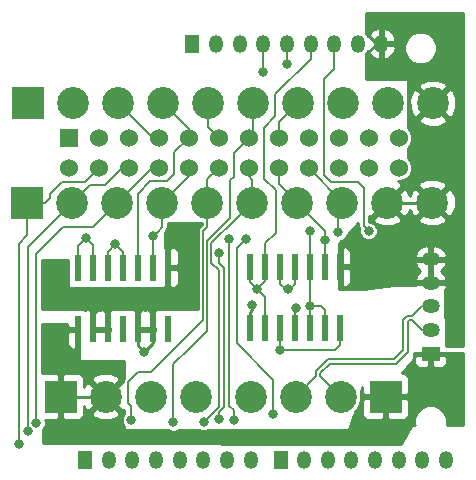
<source format=gbl>
%TF.GenerationSoftware,KiCad,Pcbnew,no-vcs-found-f685cfa~60~ubuntu16.04.1*%
%TF.CreationDate,2017-10-11T22:15:00+02:00*%
%TF.ProjectId,usb_alien,7573625F616C69656E2E6B696361645F,rev?*%
%TF.SameCoordinates,Original*%
%TF.FileFunction,Copper,L2,Bot,Signal*%
%TF.FilePolarity,Positive*%
%FSLAX46Y46*%
G04 Gerber Fmt 4.6, Leading zero omitted, Abs format (unit mm)*
G04 Created by KiCad (PCBNEW no-vcs-found-f685cfa~60~ubuntu16.04.1) date Wed Oct 11 22:15:00 2017*
%MOMM*%
%LPD*%
G01*
G04 APERTURE LIST*
%TA.AperFunction,ComponentPad*%
%ADD10C,2.700000*%
%TD*%
%TA.AperFunction,ComponentPad*%
%ADD11R,2.700000X2.700000*%
%TD*%
%TA.AperFunction,SMDPad,CuDef*%
%ADD12R,0.600000X2.200000*%
%TD*%
%TA.AperFunction,ComponentPad*%
%ADD13R,1.524000X1.524000*%
%TD*%
%TA.AperFunction,ComponentPad*%
%ADD14C,1.524000*%
%TD*%
%TA.AperFunction,ComponentPad*%
%ADD15O,1.200000X1.524000*%
%TD*%
%TA.AperFunction,ComponentPad*%
%ADD16R,1.200000X1.524000*%
%TD*%
%TA.AperFunction,ComponentPad*%
%ADD17O,1.524000X1.200000*%
%TD*%
%TA.AperFunction,ComponentPad*%
%ADD18R,1.524000X1.200000*%
%TD*%
%TA.AperFunction,ViaPad*%
%ADD19C,0.800000*%
%TD*%
%TA.AperFunction,Conductor*%
%ADD20C,0.254000*%
%TD*%
%TA.AperFunction,Conductor*%
%ADD21C,0.152400*%
%TD*%
%TA.AperFunction,Conductor*%
%ADD22C,0.177800*%
%TD*%
G04 APERTURE END LIST*
D10*
%TO.P,P2,4*%
%TO.N,GND*%
X145567400Y-102831900D03*
%TO.P,P2,3*%
%TO.N,/USB+*%
X149377400Y-102831900D03*
%TO.P,P2,2*%
%TO.N,/USB-*%
X153187400Y-102831900D03*
D11*
%TO.P,P2,1*%
%TO.N,VDD*%
X156997400Y-102831900D03*
%TD*%
%TO.P,P1,1*%
%TO.N,VDD*%
X129476500Y-102831900D03*
D10*
%TO.P,P1,2*%
X133286500Y-102831900D03*
%TO.P,P1,3*%
%TO.N,GND*%
X137096500Y-102831900D03*
%TO.P,P1,4*%
X140906500Y-102831900D03*
%TD*%
D12*
%TO.P,U2,7*%
%TO.N,GND*%
X138557000Y-91926100D03*
%TO.P,U2,8*%
%TO.N,Net-(U2-Pad8)*%
X138557000Y-97126100D03*
%TO.P,U2,6*%
%TO.N,/C_Down*%
X137287000Y-91926100D03*
%TO.P,U2,9*%
%TO.N,GND*%
X137287000Y-97126100D03*
%TO.P,U2,5*%
%TO.N,/Up*%
X136017000Y-91926100D03*
%TO.P,U2,10*%
%TO.N,GND*%
X136017000Y-97126100D03*
%TO.P,U2,4*%
%TO.N,Net-(U2-Pad3)*%
X134747000Y-91926100D03*
%TO.P,U2,11*%
%TO.N,Net-(U2-Pad11)*%
X134747000Y-97126100D03*
%TO.P,U2,3*%
%TO.N,Net-(U2-Pad3)*%
X133477000Y-91926100D03*
%TO.P,U2,12*%
%TO.N,GND*%
X133477000Y-97126100D03*
%TO.P,U2,2*%
%TO.N,/Down*%
X132207000Y-91926100D03*
%TO.P,U2,13*%
%TO.N,GND*%
X132207000Y-97126100D03*
%TO.P,U2,1*%
%TO.N,/Down*%
X130937000Y-91926100D03*
%TO.P,U2,14*%
%TO.N,VDD*%
X130937000Y-97126100D03*
%TD*%
%TO.P,U1,14*%
%TO.N,VDD*%
X145542000Y-97062600D03*
%TO.P,U1,1*%
%TO.N,/Left*%
X145542000Y-91862600D03*
%TO.P,U1,13*%
X146812000Y-97062600D03*
%TO.P,U1,2*%
X146812000Y-91862600D03*
%TO.P,U1,12*%
%TO.N,Net-(U1-Pad12)*%
X148082000Y-97062600D03*
%TO.P,U1,3*%
%TO.N,Net-(U1-Pad3)*%
X148082000Y-91862600D03*
%TO.P,U1,11*%
%TO.N,/C_Right*%
X149352000Y-97062600D03*
%TO.P,U1,4*%
%TO.N,Net-(U1-Pad3)*%
X149352000Y-91862600D03*
%TO.P,U1,10*%
%TO.N,/Right*%
X150622000Y-97062600D03*
%TO.P,U1,5*%
X150622000Y-91862600D03*
%TO.P,U1,9*%
X151892000Y-97062600D03*
%TO.P,U1,6*%
%TO.N,/C_Left*%
X151892000Y-91862600D03*
%TO.P,U1,8*%
%TO.N,Net-(U1-Pad12)*%
X153162000Y-97062600D03*
%TO.P,U1,7*%
%TO.N,GND*%
X153162000Y-91862600D03*
%TD*%
D13*
%TO.P,J2,1*%
%TO.N,VDD*%
X130162300Y-80937100D03*
D14*
%TO.P,J2,2*%
X130162300Y-83477100D03*
%TO.P,J2,3*%
%TO.N,/HOME*%
X132702300Y-80937100D03*
%TO.P,J2,4*%
%TO.N,/L2*%
X132702300Y-83477100D03*
%TO.P,J2,5*%
%TO.N,/L1*%
X135242300Y-80937100D03*
%TO.P,J2,6*%
%TO.N,/R2*%
X135242300Y-83477100D03*
%TO.P,J2,7*%
%TO.N,/L3*%
X137782300Y-80937100D03*
%TO.P,J2,8*%
%TO.N,/Select*%
X137782300Y-83477100D03*
%TO.P,J2,9*%
%TO.N,/Up*%
X140322300Y-80937100D03*
%TO.P,J2,10*%
%TO.N,/C_Down*%
X140322300Y-83477100D03*
%TO.P,J2,11*%
%TO.N,/Start*%
X142862300Y-80937100D03*
%TO.P,J2,12*%
%TO.N,/Cross*%
X142862300Y-83477100D03*
%TO.P,J2,13*%
%TO.N,/Circle*%
X145402300Y-80937100D03*
%TO.P,J2,14*%
%TO.N,/Square*%
X145402300Y-83477100D03*
%TO.P,J2,15*%
%TO.N,/Triangle*%
X147942300Y-80937100D03*
%TO.P,J2,16*%
%TO.N,/C_Left*%
X147942300Y-83477100D03*
%TO.P,J2,17*%
%TO.N,/R3*%
X150482300Y-80937100D03*
%TO.P,J2,18*%
%TO.N,/C_Right*%
X150482300Y-83477100D03*
%TO.P,J2,19*%
%TO.N,/R1*%
X153022300Y-80937100D03*
%TO.P,J2,20*%
%TO.N,Net-(J2-Pad20)*%
X153022300Y-83477100D03*
%TO.P,J2,21*%
%TO.N,GND*%
X155562300Y-80937100D03*
%TO.P,J2,22*%
X155562300Y-83477100D03*
%TO.P,J2,23*%
%TO.N,/USB-*%
X158102300Y-80937100D03*
%TO.P,J2,24*%
%TO.N,/USB+*%
X158102300Y-83477100D03*
%TD*%
D10*
%TO.P,P4,10*%
%TO.N,GND*%
X160947100Y-86410800D03*
%TO.P,P4,9*%
X157137100Y-86410800D03*
%TO.P,P4,8*%
%TO.N,/C_Right*%
X153327100Y-86410800D03*
%TO.P,P4,7*%
%TO.N,/C_Left*%
X149517100Y-86410800D03*
%TO.P,P4,6*%
%TO.N,/Square*%
X145707100Y-86410800D03*
%TO.P,P4,5*%
%TO.N,/Cross*%
X141897100Y-86410800D03*
%TO.P,P4,4*%
%TO.N,/C_Down*%
X138087100Y-86410800D03*
%TO.P,P4,3*%
%TO.N,/Select*%
X134277100Y-86410800D03*
%TO.P,P4,2*%
%TO.N,/R2*%
X130467100Y-86410800D03*
D11*
%TO.P,P4,1*%
%TO.N,/L2*%
X126657100Y-86410800D03*
%TD*%
%TO.P,P3,1*%
%TO.N,/HOME*%
X126707900Y-78003400D03*
D10*
%TO.P,P3,2*%
%TO.N,/L1*%
X130517900Y-78003400D03*
%TO.P,P3,3*%
%TO.N,/L3*%
X134327900Y-78003400D03*
%TO.P,P3,4*%
%TO.N,/Up*%
X138137900Y-78003400D03*
%TO.P,P3,5*%
%TO.N,/Start*%
X141947900Y-78003400D03*
%TO.P,P3,6*%
%TO.N,/Circle*%
X145757900Y-78003400D03*
%TO.P,P3,7*%
%TO.N,/Triangle*%
X149567900Y-78003400D03*
%TO.P,P3,8*%
%TO.N,/R3*%
X153377900Y-78003400D03*
%TO.P,P3,9*%
%TO.N,/R1*%
X157187900Y-78003400D03*
%TO.P,P3,10*%
%TO.N,GND*%
X160997900Y-78003400D03*
%TD*%
D15*
%TO.P,J1,J4_8*%
%TO.N,GND*%
X162098300Y-108168000D03*
%TO.P,J1,J4_7*%
%TO.N,/R1*%
X160098300Y-108168000D03*
%TO.P,J1,J4_6*%
%TO.N,/R3*%
X158098300Y-108168000D03*
%TO.P,J1,J4_5*%
%TO.N,/Triangle*%
X156098300Y-108168000D03*
%TO.P,J1,J4_4*%
%TO.N,/Square*%
X154098300Y-108168000D03*
%TO.P,J1,J4_3*%
%TO.N,/Circle*%
X152098300Y-108168000D03*
%TO.P,J1,J4_2*%
%TO.N,/Cross*%
X150098300Y-108168000D03*
D16*
%TO.P,J1,J4_1*%
%TO.N,/Select*%
X148098300Y-108168000D03*
D15*
%TO.P,J1,J5_8*%
%TO.N,N/C*%
X145558300Y-108168000D03*
%TO.P,J1,J5_7*%
%TO.N,/R2*%
X143558300Y-108168000D03*
%TO.P,J1,J5_6*%
%TO.N,Net-(J1-PadJ5_6)*%
X141558300Y-108168000D03*
%TO.P,J1,J5_5*%
%TO.N,N/C*%
X139558300Y-108168000D03*
%TO.P,J1,J5_3*%
X135558300Y-108168000D03*
%TO.P,J1,J5_2*%
%TO.N,/L2*%
X133558300Y-108168000D03*
%TO.P,J1,J5_4*%
%TO.N,N/C*%
X137558300Y-108168000D03*
D16*
%TO.P,J1,J5_1*%
%TO.N,Net-(J1-PadJ5_1)*%
X131558300Y-108168000D03*
D15*
%TO.P,J1,J3_9*%
%TO.N,GND*%
X156638300Y-72958000D03*
%TO.P,J1,J3_8*%
%TO.N,/Start*%
X154638300Y-72958000D03*
%TO.P,J1,J3_7*%
%TO.N,/Right*%
X152638300Y-72958000D03*
%TO.P,J1,J3_6*%
%TO.N,/Left*%
X150638300Y-72958000D03*
%TO.P,J1,J3_3*%
%TO.N,/L3*%
X144638300Y-72958000D03*
%TO.P,J1,J3_5*%
%TO.N,/Down*%
X148638300Y-72958000D03*
%TO.P,J1,J3_4*%
%TO.N,/Up*%
X146638300Y-72958000D03*
%TO.P,J1,J3_2*%
%TO.N,/L1*%
X142638300Y-72958000D03*
D16*
%TO.P,J1,J3_1*%
%TO.N,/HOME*%
X140638300Y-72958000D03*
D17*
%TO.P,J1,J1_5*%
%TO.N,GND*%
X160798300Y-91208000D03*
%TO.P,J1,J1_4*%
X160798300Y-93208000D03*
%TO.P,J1,J1_3*%
%TO.N,/USB+*%
X160798300Y-95208000D03*
D18*
%TO.P,J1,J1_1*%
%TO.N,VDD*%
X160798300Y-99208000D03*
D17*
%TO.P,J1,J1_2*%
%TO.N,/USB-*%
X160798300Y-97208000D03*
%TD*%
D19*
%TO.N,GND*%
X162610800Y-98221800D03*
X163169600Y-97066100D03*
X140798600Y-89535000D03*
X139877800Y-89535000D03*
X138976100Y-89522300D03*
X140867795Y-88526233D03*
X139877800Y-88531700D03*
X138976100Y-88531700D03*
X136563100Y-99021900D03*
X128993900Y-91846400D03*
X128993900Y-93027500D03*
X132816600Y-95211900D03*
X136626600Y-95186500D03*
%TO.N,/R1*%
X145199100Y-89496900D03*
X147472400Y-104330500D03*
%TO.N,/R3*%
X144145000Y-104800400D03*
X143764000Y-89535000D03*
%TO.N,/Triangle*%
X142875000Y-90678000D03*
X142925800Y-104724200D03*
%TO.N,/Square*%
X141579601Y-105003599D03*
%TO.N,/Circle*%
X139026900Y-105016300D03*
%TO.N,/Cross*%
X135420100Y-104825800D03*
%TO.N,/Select*%
X127431800Y-105067100D03*
%TO.N,/R2*%
X126695200Y-105752900D03*
%TO.N,/L2*%
X125933200Y-106870498D03*
%TO.N,/Right*%
X150622000Y-95161100D03*
X155549600Y-88823800D03*
X150609300Y-88785700D03*
%TO.N,/Left*%
X146126200Y-93700600D03*
%TO.N,/Down*%
X148640800Y-74637900D03*
X131610102Y-89433400D03*
%TO.N,/Up*%
X146621500Y-75349100D03*
%TO.N,VDD*%
X145719800Y-95123000D03*
X128955800Y-98298000D03*
X128968500Y-97142300D03*
%TO.N,Net-(U1-Pad12)*%
X148094700Y-98920300D03*
%TO.N,Net-(U1-Pad3)*%
X148729700Y-93726000D03*
%TO.N,Net-(U2-Pad3)*%
X134112000Y-89954100D03*
%TO.N,/C_Right*%
X149415500Y-95351600D03*
X152996900Y-88938100D03*
%TO.N,/C_Left*%
X151892000Y-89585800D03*
%TO.N,/C_Down*%
X137299700Y-89281000D03*
%TD*%
D20*
%TO.N,GND*%
X139877800Y-89535000D02*
X140798600Y-89535000D01*
X138976100Y-88531700D02*
X138976100Y-89522300D01*
X138976100Y-88531700D02*
X139877800Y-88531700D01*
X138576101Y-88931699D02*
X138976100Y-88531700D01*
X138557000Y-88950800D02*
X138576101Y-88931699D01*
X138557000Y-91926100D02*
X138557000Y-88950800D01*
X137287000Y-97126100D02*
X137287000Y-98298000D01*
X137287000Y-98298000D02*
X136563100Y-99021900D01*
X136017000Y-97126100D02*
X136017000Y-98475800D01*
X136017000Y-98475800D02*
X136563100Y-99021900D01*
X128993900Y-93027500D02*
X128993900Y-91846400D01*
X137287000Y-97126100D02*
X137287000Y-95846900D01*
X137287000Y-95846900D02*
X136626600Y-95186500D01*
X136017000Y-97126100D02*
X136017000Y-95796100D01*
X136017000Y-95796100D02*
X136626600Y-95186500D01*
X133477000Y-97126100D02*
X133477000Y-95872300D01*
X133477000Y-95872300D02*
X132816600Y-95211900D01*
X132207000Y-97126100D02*
X132207000Y-95821500D01*
X132207000Y-95821500D02*
X132816600Y-95211900D01*
X157137100Y-86410800D02*
X159046288Y-86410800D01*
X159046288Y-86410800D02*
X160947100Y-86410800D01*
X155536900Y-73672700D02*
X155536900Y-73825100D01*
X156251600Y-72958000D02*
X155536900Y-73672700D01*
X156638300Y-72958000D02*
X156251600Y-72958000D01*
X156282700Y-72958000D02*
X155511500Y-72186800D01*
X156638300Y-72958000D02*
X156282700Y-72958000D01*
D21*
%TO.N,/R1*%
X147472400Y-104330500D02*
X147472400Y-101396800D01*
X147472400Y-101396800D02*
X144399000Y-98323400D01*
X144399000Y-98323400D02*
X144399000Y-90297000D01*
X144399000Y-90297000D02*
X145199100Y-89496900D01*
%TO.N,/R3*%
X143751300Y-90779600D02*
X143751300Y-103606600D01*
X144145000Y-104000300D02*
X144145000Y-104800400D01*
X143751300Y-103606600D02*
X144145000Y-104000300D01*
X143751300Y-90779600D02*
X143751300Y-90576400D01*
X143751300Y-90779600D02*
X143751300Y-89547700D01*
X143751300Y-89547700D02*
X143764000Y-89535000D01*
%TO.N,/Triangle*%
X142925800Y-104724200D02*
X142925800Y-104101900D01*
X142925800Y-104101900D02*
X143274999Y-103752701D01*
X142875000Y-91541600D02*
X142875000Y-90678000D01*
X143274999Y-103752701D02*
X143274999Y-91941599D01*
X143274999Y-91941599D02*
X142875000Y-91541600D01*
X149567900Y-78003400D02*
X147942300Y-79629000D01*
X147942300Y-79629000D02*
X147942300Y-80937100D01*
%TO.N,/Square*%
X142849600Y-102095300D02*
X142849600Y-103733600D01*
X142849600Y-103733600D02*
X141579601Y-105003599D01*
X142849600Y-102095300D02*
X142849600Y-101333300D01*
X142849600Y-101333300D02*
X142849600Y-92087700D01*
X145707100Y-86410800D02*
X145707100Y-84501612D01*
X145707100Y-84501612D02*
X145402300Y-84196812D01*
X145402300Y-84196812D02*
X145402300Y-83477100D01*
X142849600Y-92087700D02*
X142246399Y-91484499D01*
X142246399Y-91484499D02*
X142246399Y-89871501D01*
X142246399Y-89871501D02*
X144357101Y-87760799D01*
X144357101Y-87760799D02*
X145707100Y-86410800D01*
X142849600Y-102095300D02*
X142849600Y-101841300D01*
%TO.N,/Circle*%
X139026900Y-105016300D02*
X139026900Y-100088700D01*
X139026900Y-100088700D02*
X140411200Y-98704400D01*
X144119600Y-84213700D02*
X144119600Y-82219800D01*
X140411200Y-98704400D02*
X140436600Y-98704400D01*
X140436600Y-98704400D02*
X141833610Y-97307390D01*
X141833610Y-97307390D02*
X141833610Y-89661990D01*
X141833610Y-89661990D02*
X143802100Y-87693500D01*
X143802100Y-84531200D02*
X144119600Y-84213700D01*
X143802100Y-87693500D02*
X143802100Y-84531200D01*
X144119600Y-82219800D02*
X144640301Y-81699099D01*
X144640301Y-81699099D02*
X145402300Y-80937100D01*
X145757900Y-78003400D02*
X145757900Y-80581500D01*
X145757900Y-80581500D02*
X145402300Y-80937100D01*
%TO.N,/Cross*%
X135420100Y-104825800D02*
X135420100Y-103632000D01*
X135420100Y-103632000D02*
X135204200Y-103416100D01*
X135204200Y-103416100D02*
X135204200Y-101600000D01*
X135204200Y-101600000D02*
X136055100Y-100749100D01*
X136055100Y-100749100D02*
X137118670Y-100749100D01*
X141528800Y-96338970D02*
X141528800Y-88836500D01*
X137118670Y-100749100D02*
X141528800Y-96338970D01*
X141528800Y-88836500D02*
X141897100Y-88468200D01*
X141897100Y-88468200D02*
X141897100Y-86410800D01*
X141897100Y-86410800D02*
X141897100Y-84442300D01*
X141897100Y-84442300D02*
X142862300Y-83477100D01*
%TO.N,/Select*%
X134277100Y-86410800D02*
X132194300Y-88493600D01*
X132194300Y-88493600D02*
X129692400Y-88493600D01*
X129692400Y-88493600D02*
X127431800Y-90754200D01*
X127431800Y-90754200D02*
X127431800Y-104501415D01*
X127431800Y-104501415D02*
X127431800Y-105067100D01*
X134277100Y-86410800D02*
X137210800Y-83477100D01*
X137210800Y-83477100D02*
X137782300Y-83477100D01*
%TO.N,/R2*%
X130467100Y-86410800D02*
X126707900Y-90170000D01*
X126707900Y-90170000D02*
X126707900Y-105765600D01*
X126707900Y-105765600D02*
X126695200Y-105752900D01*
X130467100Y-86410800D02*
X131978400Y-84899500D01*
X131978400Y-84899500D02*
X133248400Y-84899500D01*
X134670800Y-83477100D02*
X135242300Y-83477100D01*
X133248400Y-84899500D02*
X134670800Y-83477100D01*
%TO.N,/L2*%
X126657100Y-86410800D02*
X126657100Y-89192100D01*
X126657100Y-89192100D02*
X125933200Y-89916000D01*
X125933200Y-89916000D02*
X125933200Y-106870498D01*
X126657100Y-86410800D02*
X128159500Y-86410800D01*
X128574800Y-85648800D02*
X129578100Y-84645500D01*
X128159500Y-86410800D02*
X128574800Y-85995500D01*
X131533900Y-84645500D02*
X132702300Y-83477100D01*
X128574800Y-85995500D02*
X128574800Y-85648800D01*
X129578100Y-84645500D02*
X131533900Y-84645500D01*
%TO.N,/Start*%
X141947900Y-78003400D02*
X141947900Y-80022700D01*
X141947900Y-80022700D02*
X142862300Y-80937100D01*
%TO.N,/Right*%
X152638300Y-72958000D02*
X152638300Y-75060000D01*
X152638300Y-75060000D02*
X151765000Y-75933300D01*
X155149601Y-88423801D02*
X155549600Y-88823800D01*
X151765000Y-75933300D02*
X151765000Y-84061300D01*
X151765000Y-84061300D02*
X152349200Y-84645500D01*
X155124201Y-85134501D02*
X155124201Y-88398401D01*
X152349200Y-84645500D02*
X154635200Y-84645500D01*
X154635200Y-84645500D02*
X155124201Y-85134501D01*
X155124201Y-88398401D02*
X155149601Y-88423801D01*
X150622000Y-95161100D02*
X150622000Y-95726785D01*
X150622000Y-95726785D02*
X150622000Y-97062600D01*
X151511000Y-95161100D02*
X150622000Y-95161100D01*
X151892000Y-97062600D02*
X151892000Y-95542100D01*
X151892000Y-95542100D02*
X151511000Y-95161100D01*
X150622000Y-88798400D02*
X150609300Y-88785700D01*
X150622000Y-91862600D02*
X150622000Y-88798400D01*
X150622000Y-91862600D02*
X150622000Y-94386400D01*
X150622000Y-94386400D02*
X150622000Y-97062600D01*
X150622000Y-97062600D02*
X150622000Y-95821500D01*
%TO.N,/Left*%
X150638300Y-72958000D02*
X150638300Y-74266000D01*
X150638300Y-74266000D02*
X147650200Y-77254100D01*
X147650200Y-79108300D02*
X146697700Y-80060800D01*
X147650200Y-77254100D02*
X147650200Y-79108300D01*
X146697700Y-80060800D02*
X146697700Y-84378800D01*
X146697700Y-84378800D02*
X147675600Y-85356700D01*
X147675600Y-85356700D02*
X147675600Y-88963500D01*
X147675600Y-88963500D02*
X146812000Y-89827100D01*
X146812000Y-89827100D02*
X146812000Y-91862600D01*
X146812000Y-97062600D02*
X146812000Y-94386400D01*
X146812000Y-94386400D02*
X146126200Y-93700600D01*
X145542000Y-93116400D02*
X146126200Y-93700600D01*
X145542000Y-91862600D02*
X145542000Y-93116400D01*
X146812000Y-93014800D02*
X146126200Y-93700600D01*
X146812000Y-91862600D02*
X146812000Y-93014800D01*
%TO.N,/L3*%
X134327900Y-78003400D02*
X137261600Y-80937100D01*
X137261600Y-80937100D02*
X137782300Y-80937100D01*
%TO.N,/Down*%
X148638300Y-72958000D02*
X148638300Y-74635400D01*
X148638300Y-74635400D02*
X148640800Y-74637900D01*
X148638300Y-72958000D02*
X148638300Y-73116400D01*
X132010101Y-89833399D02*
X131610102Y-89433400D01*
X131210103Y-89833399D02*
X131610102Y-89433400D01*
X130937000Y-90106502D02*
X131210103Y-89833399D01*
X130937000Y-91926100D02*
X130937000Y-90106502D01*
X132207000Y-90030298D02*
X132010101Y-89833399D01*
X132207000Y-91926100D02*
X132207000Y-90030298D01*
%TO.N,/Up*%
X146638300Y-72958000D02*
X146638300Y-75332300D01*
X146638300Y-75332300D02*
X146621500Y-75349100D01*
X136017000Y-91926100D02*
X136017000Y-85661500D01*
X136017000Y-85661500D02*
X137058400Y-84620100D01*
X137058400Y-84620100D02*
X138455400Y-84620100D01*
X138455400Y-84620100D02*
X139115800Y-83959700D01*
X139115800Y-83959700D02*
X139115800Y-82143600D01*
X139115800Y-82143600D02*
X140322300Y-80937100D01*
X138137900Y-78003400D02*
X140322300Y-80187800D01*
X140322300Y-80187800D02*
X140322300Y-80937100D01*
X146638300Y-72958000D02*
X146638300Y-73135200D01*
%TO.N,/L1*%
X142621000Y-72940700D02*
X142638300Y-72958000D01*
D22*
%TO.N,/USB+*%
X158496000Y-96343054D02*
X158808854Y-96030200D01*
X160036300Y-95208000D02*
X160798300Y-95208000D01*
X158808854Y-96030200D02*
X159214100Y-96030200D01*
X159214100Y-96030200D02*
X160036300Y-95208000D01*
X158496000Y-98884752D02*
X158496000Y-96343054D01*
X157698452Y-99682300D02*
X158496000Y-98884752D01*
X152123152Y-99682300D02*
X157698452Y-99682300D01*
X151104600Y-100700852D02*
X152123152Y-99682300D01*
X151104600Y-101104700D02*
X151104600Y-100700852D01*
X149377400Y-102831900D02*
X151104600Y-101104700D01*
D21*
X160636300Y-95208000D02*
X160798300Y-95208000D01*
D20*
%TO.N,VDD*%
X129476500Y-102831900D02*
X131080500Y-102831900D01*
X131080500Y-102831900D02*
X133286500Y-102831900D01*
X129476500Y-105473500D02*
X129476500Y-104435900D01*
X129476500Y-104435900D02*
X129476500Y-102831900D01*
X145719800Y-95530800D02*
X145719800Y-95123000D01*
X145542000Y-97062600D02*
X145542000Y-95708600D01*
X145542000Y-95708600D02*
X145719800Y-95530800D01*
X130379500Y-97129600D02*
X128981200Y-97129600D01*
X128981200Y-97129600D02*
X128968500Y-97142300D01*
X130937000Y-97126100D02*
X130383000Y-97126100D01*
X130383000Y-97126100D02*
X130379500Y-97129600D01*
D22*
%TO.N,/USB-*%
X158851600Y-96490350D02*
X158956150Y-96385800D01*
X158956150Y-96385800D02*
X159214100Y-96385800D01*
X159214100Y-96385800D02*
X160036300Y-97208000D01*
X160036300Y-97208000D02*
X160798300Y-97208000D01*
X158851600Y-99032048D02*
X158851600Y-96490350D01*
X157845748Y-100037900D02*
X158851600Y-99032048D01*
X152270448Y-100037900D02*
X157845748Y-100037900D01*
X151460200Y-100848148D02*
X152270448Y-100037900D01*
X151460200Y-101104700D02*
X151460200Y-100848148D01*
X153187400Y-102831900D02*
X151460200Y-101104700D01*
D21*
X160636300Y-97208000D02*
X160798300Y-97208000D01*
%TO.N,Net-(U1-Pad12)*%
X148094700Y-98920300D02*
X152679400Y-98920300D01*
X152679400Y-98920300D02*
X153162000Y-98437700D01*
X153162000Y-98437700D02*
X153162000Y-97062600D01*
X148082000Y-97062600D02*
X148082000Y-98907600D01*
X148082000Y-98907600D02*
X148094700Y-98920300D01*
%TO.N,Net-(U1-Pad3)*%
X148729700Y-93726000D02*
X148958300Y-93726000D01*
X148958300Y-93726000D02*
X149352000Y-93332300D01*
X149352000Y-93332300D02*
X149352000Y-91862600D01*
X148539200Y-93726000D02*
X148082000Y-93268800D01*
X148082000Y-93268800D02*
X148082000Y-91862600D01*
X148729700Y-93726000D02*
X148539200Y-93726000D01*
%TO.N,Net-(U2-Pad3)*%
X134747000Y-91926100D02*
X134747000Y-90589100D01*
X134747000Y-90589100D02*
X134112000Y-89954100D01*
X133477000Y-91926100D02*
X133477000Y-90589100D01*
X133477000Y-90589100D02*
X134112000Y-89954100D01*
%TO.N,/C_Right*%
X149352000Y-95415100D02*
X149415500Y-95351600D01*
X149352000Y-97062600D02*
X149352000Y-95415100D01*
X152996900Y-88938100D02*
X152996900Y-86741000D01*
X152996900Y-86741000D02*
X153327100Y-86410800D01*
X150482300Y-83477100D02*
X153327100Y-86321900D01*
X153327100Y-86321900D02*
X153327100Y-86410800D01*
%TO.N,/C_Left*%
X151892000Y-88785700D02*
X151892000Y-89585800D01*
X151892000Y-91862600D02*
X151892000Y-88785700D01*
X147942300Y-83477100D02*
X147942300Y-84836000D01*
X147942300Y-84836000D02*
X149517100Y-86410800D01*
X149517100Y-86410800D02*
X151892000Y-88785700D01*
%TO.N,/C_Down*%
X137699699Y-88881001D02*
X137299700Y-89281000D01*
X138087100Y-88493600D02*
X137699699Y-88881001D01*
X138087100Y-86410800D02*
X138087100Y-88493600D01*
X137287000Y-89293700D02*
X137299700Y-89281000D01*
X137287000Y-91926100D02*
X137287000Y-89293700D01*
X138087100Y-86410800D02*
X140322300Y-84175600D01*
X140322300Y-84175600D02*
X140322300Y-83477100D01*
%TD*%
D20*
%TO.N,VDD*%
G36*
X130002000Y-96840350D02*
X130160750Y-96999100D01*
X130810000Y-96999100D01*
X130810000Y-96979100D01*
X131053003Y-96979100D01*
X131064001Y-99695514D01*
X131073865Y-99744075D01*
X131101562Y-99785165D01*
X131142875Y-99812529D01*
X131191000Y-99822000D01*
X134874000Y-99822000D01*
X134874000Y-101287054D01*
X134781802Y-101425037D01*
X134747000Y-101600000D01*
X134747000Y-101631531D01*
X134692093Y-101605912D01*
X133466105Y-102831900D01*
X134692093Y-104057888D01*
X134874000Y-103973011D01*
X134874000Y-104267409D01*
X134758386Y-104382821D01*
X134639236Y-104669768D01*
X134638964Y-104980469D01*
X134757614Y-105267623D01*
X134874000Y-105384213D01*
X134874000Y-105537000D01*
X134883667Y-105585601D01*
X134911197Y-105626803D01*
X134952399Y-105654333D01*
X135000742Y-105664000D01*
X138577178Y-105671259D01*
X138583921Y-105678014D01*
X138870868Y-105797164D01*
X139181569Y-105797436D01*
X139468723Y-105678786D01*
X139474438Y-105673081D01*
X141163586Y-105676509D01*
X141423569Y-105784463D01*
X141734270Y-105784735D01*
X141992126Y-105678191D01*
X153771342Y-105702100D01*
X153819963Y-105692531D01*
X153861220Y-105665085D01*
X153892813Y-105613000D01*
X154365269Y-104101955D01*
X154654014Y-103813713D01*
X154918099Y-103177728D01*
X154918151Y-103117650D01*
X155012400Y-103117650D01*
X155012400Y-104308210D01*
X155109073Y-104541599D01*
X155287702Y-104720227D01*
X155521091Y-104816900D01*
X156711650Y-104816900D01*
X156870400Y-104658150D01*
X156870400Y-102958900D01*
X157124400Y-102958900D01*
X157124400Y-104658150D01*
X157283150Y-104816900D01*
X158473709Y-104816900D01*
X158707098Y-104720227D01*
X158885727Y-104541599D01*
X158982400Y-104308210D01*
X158982400Y-103117650D01*
X158823650Y-102958900D01*
X157124400Y-102958900D01*
X156870400Y-102958900D01*
X155171150Y-102958900D01*
X155012400Y-103117650D01*
X154918151Y-103117650D01*
X154918700Y-102489093D01*
X154890727Y-102421394D01*
X155012400Y-102032251D01*
X155012400Y-102546150D01*
X155171150Y-102704900D01*
X156870400Y-102704900D01*
X156870400Y-102684900D01*
X157124400Y-102684900D01*
X157124400Y-102704900D01*
X158823650Y-102704900D01*
X158982400Y-102546150D01*
X158982400Y-101355590D01*
X158885727Y-101122201D01*
X158707098Y-100943573D01*
X158473709Y-100846900D01*
X158352879Y-100846900D01*
X159314247Y-99780016D01*
X159339599Y-99737439D01*
X159346681Y-99702458D01*
X159358957Y-99493750D01*
X159401300Y-99493750D01*
X159401300Y-99934309D01*
X159497973Y-100167698D01*
X159676601Y-100346327D01*
X159909990Y-100443000D01*
X160512550Y-100443000D01*
X160671300Y-100284250D01*
X160671300Y-99335000D01*
X160925300Y-99335000D01*
X160925300Y-100284250D01*
X161084050Y-100443000D01*
X161686610Y-100443000D01*
X161919999Y-100346327D01*
X162098627Y-100167698D01*
X162195300Y-99934309D01*
X162195300Y-99493750D01*
X162036550Y-99335000D01*
X160925300Y-99335000D01*
X160671300Y-99335000D01*
X159560050Y-99335000D01*
X159401300Y-99493750D01*
X159358957Y-99493750D01*
X159377749Y-99174300D01*
X163539100Y-99174300D01*
X163539100Y-105280859D01*
X162168510Y-105273390D01*
X162189059Y-105223903D01*
X162189539Y-104674507D01*
X161979737Y-104166749D01*
X161591595Y-103777928D01*
X161084203Y-103567241D01*
X160534807Y-103566761D01*
X160027049Y-103776563D01*
X159638228Y-104164705D01*
X159427541Y-104672097D01*
X159427061Y-105221493D01*
X159442366Y-105258534D01*
X159271392Y-105257602D01*
X159222739Y-105267004D01*
X159181388Y-105294309D01*
X159160709Y-105321109D01*
X158295686Y-106819669D01*
X127952190Y-106807053D01*
X127949367Y-105653974D01*
X128093514Y-105510079D01*
X128212664Y-105223132D01*
X128212936Y-104912431D01*
X128173463Y-104816900D01*
X129190750Y-104816900D01*
X129349500Y-104658150D01*
X129349500Y-102958900D01*
X129329500Y-102958900D01*
X129329500Y-102704900D01*
X129349500Y-102704900D01*
X129349500Y-101005650D01*
X129603500Y-101005650D01*
X129603500Y-102704900D01*
X129623500Y-102704900D01*
X129623500Y-102958900D01*
X129603500Y-102958900D01*
X129603500Y-104658150D01*
X129762250Y-104816900D01*
X130952809Y-104816900D01*
X131186198Y-104720227D01*
X131364827Y-104541599D01*
X131461500Y-104308210D01*
X131461500Y-104237493D01*
X132060512Y-104237493D01*
X132201978Y-104540682D01*
X132938455Y-104825637D01*
X133727918Y-104807064D01*
X134371022Y-104540682D01*
X134512488Y-104237493D01*
X133286500Y-103011505D01*
X132060512Y-104237493D01*
X131461500Y-104237493D01*
X131461500Y-103635847D01*
X131577718Y-103916422D01*
X131880907Y-104057888D01*
X133106895Y-102831900D01*
X131880907Y-101605912D01*
X131577718Y-101747378D01*
X131461500Y-102047748D01*
X131461500Y-101426307D01*
X132060512Y-101426307D01*
X133286500Y-102652295D01*
X134512488Y-101426307D01*
X134371022Y-101123118D01*
X133634545Y-100838163D01*
X132845082Y-100856736D01*
X132201978Y-101123118D01*
X132060512Y-101426307D01*
X131461500Y-101426307D01*
X131461500Y-101355590D01*
X131364827Y-101122201D01*
X131186198Y-100943573D01*
X130952809Y-100846900D01*
X129762250Y-100846900D01*
X129603500Y-101005650D01*
X129349500Y-101005650D01*
X129190750Y-100846900D01*
X128000191Y-100846900D01*
X127937663Y-100872800D01*
X127929191Y-97411850D01*
X130002000Y-97411850D01*
X130002000Y-98352410D01*
X130098673Y-98585799D01*
X130277302Y-98764427D01*
X130510691Y-98861100D01*
X130651250Y-98861100D01*
X130810000Y-98702350D01*
X130810000Y-97253100D01*
X130160750Y-97253100D01*
X130002000Y-97411850D01*
X127929191Y-97411850D01*
X127927412Y-96685100D01*
X130002000Y-96685100D01*
X130002000Y-96840350D01*
X130002000Y-96840350D01*
G37*
X130002000Y-96840350D02*
X130160750Y-96999100D01*
X130810000Y-96999100D01*
X130810000Y-96979100D01*
X131053003Y-96979100D01*
X131064001Y-99695514D01*
X131073865Y-99744075D01*
X131101562Y-99785165D01*
X131142875Y-99812529D01*
X131191000Y-99822000D01*
X134874000Y-99822000D01*
X134874000Y-101287054D01*
X134781802Y-101425037D01*
X134747000Y-101600000D01*
X134747000Y-101631531D01*
X134692093Y-101605912D01*
X133466105Y-102831900D01*
X134692093Y-104057888D01*
X134874000Y-103973011D01*
X134874000Y-104267409D01*
X134758386Y-104382821D01*
X134639236Y-104669768D01*
X134638964Y-104980469D01*
X134757614Y-105267623D01*
X134874000Y-105384213D01*
X134874000Y-105537000D01*
X134883667Y-105585601D01*
X134911197Y-105626803D01*
X134952399Y-105654333D01*
X135000742Y-105664000D01*
X138577178Y-105671259D01*
X138583921Y-105678014D01*
X138870868Y-105797164D01*
X139181569Y-105797436D01*
X139468723Y-105678786D01*
X139474438Y-105673081D01*
X141163586Y-105676509D01*
X141423569Y-105784463D01*
X141734270Y-105784735D01*
X141992126Y-105678191D01*
X153771342Y-105702100D01*
X153819963Y-105692531D01*
X153861220Y-105665085D01*
X153892813Y-105613000D01*
X154365269Y-104101955D01*
X154654014Y-103813713D01*
X154918099Y-103177728D01*
X154918151Y-103117650D01*
X155012400Y-103117650D01*
X155012400Y-104308210D01*
X155109073Y-104541599D01*
X155287702Y-104720227D01*
X155521091Y-104816900D01*
X156711650Y-104816900D01*
X156870400Y-104658150D01*
X156870400Y-102958900D01*
X157124400Y-102958900D01*
X157124400Y-104658150D01*
X157283150Y-104816900D01*
X158473709Y-104816900D01*
X158707098Y-104720227D01*
X158885727Y-104541599D01*
X158982400Y-104308210D01*
X158982400Y-103117650D01*
X158823650Y-102958900D01*
X157124400Y-102958900D01*
X156870400Y-102958900D01*
X155171150Y-102958900D01*
X155012400Y-103117650D01*
X154918151Y-103117650D01*
X154918700Y-102489093D01*
X154890727Y-102421394D01*
X155012400Y-102032251D01*
X155012400Y-102546150D01*
X155171150Y-102704900D01*
X156870400Y-102704900D01*
X156870400Y-102684900D01*
X157124400Y-102684900D01*
X157124400Y-102704900D01*
X158823650Y-102704900D01*
X158982400Y-102546150D01*
X158982400Y-101355590D01*
X158885727Y-101122201D01*
X158707098Y-100943573D01*
X158473709Y-100846900D01*
X158352879Y-100846900D01*
X159314247Y-99780016D01*
X159339599Y-99737439D01*
X159346681Y-99702458D01*
X159358957Y-99493750D01*
X159401300Y-99493750D01*
X159401300Y-99934309D01*
X159497973Y-100167698D01*
X159676601Y-100346327D01*
X159909990Y-100443000D01*
X160512550Y-100443000D01*
X160671300Y-100284250D01*
X160671300Y-99335000D01*
X160925300Y-99335000D01*
X160925300Y-100284250D01*
X161084050Y-100443000D01*
X161686610Y-100443000D01*
X161919999Y-100346327D01*
X162098627Y-100167698D01*
X162195300Y-99934309D01*
X162195300Y-99493750D01*
X162036550Y-99335000D01*
X160925300Y-99335000D01*
X160671300Y-99335000D01*
X159560050Y-99335000D01*
X159401300Y-99493750D01*
X159358957Y-99493750D01*
X159377749Y-99174300D01*
X163539100Y-99174300D01*
X163539100Y-105280859D01*
X162168510Y-105273390D01*
X162189059Y-105223903D01*
X162189539Y-104674507D01*
X161979737Y-104166749D01*
X161591595Y-103777928D01*
X161084203Y-103567241D01*
X160534807Y-103566761D01*
X160027049Y-103776563D01*
X159638228Y-104164705D01*
X159427541Y-104672097D01*
X159427061Y-105221493D01*
X159442366Y-105258534D01*
X159271392Y-105257602D01*
X159222739Y-105267004D01*
X159181388Y-105294309D01*
X159160709Y-105321109D01*
X158295686Y-106819669D01*
X127952190Y-106807053D01*
X127949367Y-105653974D01*
X128093514Y-105510079D01*
X128212664Y-105223132D01*
X128212936Y-104912431D01*
X128173463Y-104816900D01*
X129190750Y-104816900D01*
X129349500Y-104658150D01*
X129349500Y-102958900D01*
X129329500Y-102958900D01*
X129329500Y-102704900D01*
X129349500Y-102704900D01*
X129349500Y-101005650D01*
X129603500Y-101005650D01*
X129603500Y-102704900D01*
X129623500Y-102704900D01*
X129623500Y-102958900D01*
X129603500Y-102958900D01*
X129603500Y-104658150D01*
X129762250Y-104816900D01*
X130952809Y-104816900D01*
X131186198Y-104720227D01*
X131364827Y-104541599D01*
X131461500Y-104308210D01*
X131461500Y-104237493D01*
X132060512Y-104237493D01*
X132201978Y-104540682D01*
X132938455Y-104825637D01*
X133727918Y-104807064D01*
X134371022Y-104540682D01*
X134512488Y-104237493D01*
X133286500Y-103011505D01*
X132060512Y-104237493D01*
X131461500Y-104237493D01*
X131461500Y-103635847D01*
X131577718Y-103916422D01*
X131880907Y-104057888D01*
X133106895Y-102831900D01*
X131880907Y-101605912D01*
X131577718Y-101747378D01*
X131461500Y-102047748D01*
X131461500Y-101426307D01*
X132060512Y-101426307D01*
X133286500Y-102652295D01*
X134512488Y-101426307D01*
X134371022Y-101123118D01*
X133634545Y-100838163D01*
X132845082Y-100856736D01*
X132201978Y-101123118D01*
X132060512Y-101426307D01*
X131461500Y-101426307D01*
X131461500Y-101355590D01*
X131364827Y-101122201D01*
X131186198Y-100943573D01*
X130952809Y-100846900D01*
X129762250Y-100846900D01*
X129603500Y-101005650D01*
X129349500Y-101005650D01*
X129190750Y-100846900D01*
X128000191Y-100846900D01*
X127937663Y-100872800D01*
X127929191Y-97411850D01*
X130002000Y-97411850D01*
X130002000Y-98352410D01*
X130098673Y-98585799D01*
X130277302Y-98764427D01*
X130510691Y-98861100D01*
X130651250Y-98861100D01*
X130810000Y-98702350D01*
X130810000Y-97253100D01*
X130160750Y-97253100D01*
X130002000Y-97411850D01*
X127929191Y-97411850D01*
X127927412Y-96685100D01*
X130002000Y-96685100D01*
X130002000Y-96840350D01*
%TO.N,GND*%
G36*
X163539100Y-98587698D02*
X162088563Y-98578218D01*
X162029760Y-93779878D01*
X162153762Y-93525609D01*
X162029031Y-93335000D01*
X160925300Y-93335000D01*
X160925300Y-93355000D01*
X160671300Y-93355000D01*
X160671300Y-93335000D01*
X159567569Y-93335000D01*
X159530142Y-93392194D01*
X157696132Y-93389403D01*
X157677585Y-93390736D01*
X155121630Y-93764048D01*
X153009600Y-93752115D01*
X153009600Y-93464250D01*
X153035000Y-93438850D01*
X153035000Y-91989600D01*
X153289000Y-91989600D01*
X153289000Y-93438850D01*
X153447750Y-93597600D01*
X153588309Y-93597600D01*
X153821698Y-93500927D01*
X154000327Y-93322299D01*
X154097000Y-93088910D01*
X154097000Y-92148350D01*
X153938250Y-91989600D01*
X153289000Y-91989600D01*
X153035000Y-91989600D01*
X153015000Y-91989600D01*
X153015000Y-91735600D01*
X153035000Y-91735600D01*
X153035000Y-90286350D01*
X153289000Y-90286350D01*
X153289000Y-91735600D01*
X153938250Y-91735600D01*
X154097000Y-91576850D01*
X154097000Y-91525609D01*
X159442838Y-91525609D01*
X159656285Y-91963285D01*
X159936520Y-92208000D01*
X159656285Y-92452715D01*
X159442838Y-92890391D01*
X159567569Y-93081000D01*
X160671300Y-93081000D01*
X160671300Y-91335000D01*
X160925300Y-91335000D01*
X160925300Y-93081000D01*
X162029031Y-93081000D01*
X162153762Y-92890391D01*
X161940315Y-92452715D01*
X161660080Y-92208000D01*
X161940315Y-91963285D01*
X162153762Y-91525609D01*
X162029031Y-91335000D01*
X160925300Y-91335000D01*
X160671300Y-91335000D01*
X159567569Y-91335000D01*
X159442838Y-91525609D01*
X154097000Y-91525609D01*
X154097000Y-90890391D01*
X159442838Y-90890391D01*
X159567569Y-91081000D01*
X160671300Y-91081000D01*
X160671300Y-90129955D01*
X160925300Y-90129955D01*
X160925300Y-91081000D01*
X162029031Y-91081000D01*
X162153762Y-90890391D01*
X161940315Y-90452715D01*
X161576681Y-90135172D01*
X161119208Y-89980957D01*
X160925300Y-90129955D01*
X160671300Y-90129955D01*
X160477392Y-89980957D01*
X160019919Y-90135172D01*
X159656285Y-90452715D01*
X159442838Y-90890391D01*
X154097000Y-90890391D01*
X154097000Y-90636290D01*
X154000327Y-90402901D01*
X153821698Y-90224273D01*
X153588309Y-90127600D01*
X153447750Y-90127600D01*
X153289000Y-90286350D01*
X153035000Y-90286350D01*
X153009600Y-90260950D01*
X153009600Y-89939335D01*
X153240914Y-89682319D01*
X153438723Y-89600586D01*
X153658614Y-89381079D01*
X153777764Y-89094132D01*
X153777771Y-89085811D01*
X154667001Y-88097778D01*
X154667001Y-88398401D01*
X154701803Y-88573364D01*
X154768731Y-88673528D01*
X154768464Y-88978469D01*
X154887114Y-89265623D01*
X155106621Y-89485514D01*
X155393568Y-89604664D01*
X155704269Y-89604936D01*
X155991423Y-89486286D01*
X156211314Y-89266779D01*
X156330464Y-88979832D01*
X156330736Y-88669131D01*
X156212086Y-88381977D01*
X155992579Y-88162086D01*
X155705632Y-88042936D01*
X155581401Y-88042827D01*
X155581401Y-87816393D01*
X155911112Y-87816393D01*
X156052578Y-88119582D01*
X156789055Y-88404537D01*
X157578518Y-88385964D01*
X158221622Y-88119582D01*
X158363088Y-87816393D01*
X159721112Y-87816393D01*
X159862578Y-88119582D01*
X160599055Y-88404537D01*
X161388518Y-88385964D01*
X162031622Y-88119582D01*
X162173088Y-87816393D01*
X160947100Y-86590405D01*
X159721112Y-87816393D01*
X158363088Y-87816393D01*
X157137100Y-86590405D01*
X155911112Y-87816393D01*
X155581401Y-87816393D01*
X155581401Y-87566750D01*
X155731507Y-87636788D01*
X156957495Y-86410800D01*
X157316705Y-86410800D01*
X158542693Y-87636788D01*
X158845882Y-87495322D01*
X159035414Y-87005468D01*
X159238318Y-87495322D01*
X159541507Y-87636788D01*
X160767495Y-86410800D01*
X161126705Y-86410800D01*
X162352693Y-87636788D01*
X162655882Y-87495322D01*
X162940837Y-86758845D01*
X162922264Y-85969382D01*
X162655882Y-85326278D01*
X162352693Y-85184812D01*
X161126705Y-86410800D01*
X160767495Y-86410800D01*
X159541507Y-85184812D01*
X159238318Y-85326278D01*
X159048786Y-85816132D01*
X158845882Y-85326278D01*
X158542693Y-85184812D01*
X157316705Y-86410800D01*
X156957495Y-86410800D01*
X156943353Y-86396658D01*
X157122958Y-86217053D01*
X157137100Y-86231195D01*
X158363088Y-85005207D01*
X159721112Y-85005207D01*
X160947100Y-86231195D01*
X162173088Y-85005207D01*
X162031622Y-84702018D01*
X161295145Y-84417063D01*
X160505682Y-84435636D01*
X159862578Y-84702018D01*
X159721112Y-85005207D01*
X158363088Y-85005207D01*
X158221622Y-84702018D01*
X158009694Y-84620020D01*
X158328659Y-84620298D01*
X158748912Y-84446654D01*
X159070723Y-84125403D01*
X159245101Y-83705454D01*
X159245498Y-83250741D01*
X159071854Y-82830488D01*
X158856854Y-82615113D01*
X158872877Y-82582096D01*
X158877000Y-82550000D01*
X158877000Y-81778789D01*
X159070723Y-81585403D01*
X159245101Y-81165454D01*
X159245498Y-80710741D01*
X159071854Y-80290488D01*
X158877000Y-80095294D01*
X158877000Y-79408993D01*
X159771912Y-79408993D01*
X159913378Y-79712182D01*
X160649855Y-79997137D01*
X161439318Y-79978564D01*
X162082422Y-79712182D01*
X162223888Y-79408993D01*
X160997900Y-78183005D01*
X159771912Y-79408993D01*
X158877000Y-79408993D01*
X158877000Y-78449409D01*
X158918599Y-78349228D01*
X158919200Y-77660593D01*
X158917036Y-77655355D01*
X159004163Y-77655355D01*
X159022736Y-78444818D01*
X159289118Y-79087922D01*
X159592307Y-79229388D01*
X160818295Y-78003400D01*
X161177505Y-78003400D01*
X162403493Y-79229388D01*
X162706682Y-79087922D01*
X162991637Y-78351445D01*
X162973064Y-77561982D01*
X162706682Y-76918878D01*
X162403493Y-76777412D01*
X161177505Y-78003400D01*
X160818295Y-78003400D01*
X159592307Y-76777412D01*
X159289118Y-76918878D01*
X159004163Y-77655355D01*
X158917036Y-77655355D01*
X158877000Y-77558461D01*
X158877000Y-76597807D01*
X159771912Y-76597807D01*
X160997900Y-77823795D01*
X162223888Y-76597807D01*
X162082422Y-76294618D01*
X161345945Y-76009663D01*
X160556482Y-76028236D01*
X159913378Y-76294618D01*
X159771912Y-76597807D01*
X158877000Y-76597807D01*
X158877000Y-76073000D01*
X158867333Y-76024399D01*
X158839803Y-75983197D01*
X158798601Y-75955667D01*
X158750000Y-75946000D01*
X155321000Y-75946000D01*
X155321000Y-73843396D01*
X155331972Y-73836065D01*
X155509507Y-73570364D01*
X155565472Y-73736381D01*
X155883015Y-74100015D01*
X156320691Y-74313462D01*
X156511300Y-74188731D01*
X156511300Y-73085000D01*
X156765300Y-73085000D01*
X156765300Y-74188731D01*
X156955909Y-74313462D01*
X157393585Y-74100015D01*
X157711128Y-73736381D01*
X157763341Y-73581493D01*
X158557061Y-73581493D01*
X158766863Y-74089251D01*
X159155005Y-74478072D01*
X159662397Y-74688759D01*
X160211793Y-74689239D01*
X160719551Y-74479437D01*
X161108372Y-74091295D01*
X161319059Y-73583903D01*
X161319539Y-73034507D01*
X161109737Y-72526749D01*
X160721595Y-72137928D01*
X160214203Y-71927241D01*
X159664807Y-71926761D01*
X159157049Y-72136563D01*
X158768228Y-72524705D01*
X158557541Y-73032097D01*
X158557061Y-73581493D01*
X157763341Y-73581493D01*
X157865343Y-73278908D01*
X157716345Y-73085000D01*
X156765300Y-73085000D01*
X156511300Y-73085000D01*
X156491300Y-73085000D01*
X156491300Y-72831000D01*
X156511300Y-72831000D01*
X156511300Y-71727269D01*
X156765300Y-71727269D01*
X156765300Y-72831000D01*
X157716345Y-72831000D01*
X157865343Y-72637092D01*
X157711128Y-72179619D01*
X157393585Y-71815985D01*
X156955909Y-71602538D01*
X156765300Y-71727269D01*
X156511300Y-71727269D01*
X156320691Y-71602538D01*
X155883015Y-71815985D01*
X155565472Y-72179619D01*
X155509507Y-72345636D01*
X155331972Y-72079935D01*
X155321000Y-72072604D01*
X155321000Y-70359479D01*
X163539100Y-70356911D01*
X163539100Y-98587698D01*
X163539100Y-98587698D01*
G37*
X163539100Y-98587698D02*
X162088563Y-98578218D01*
X162029760Y-93779878D01*
X162153762Y-93525609D01*
X162029031Y-93335000D01*
X160925300Y-93335000D01*
X160925300Y-93355000D01*
X160671300Y-93355000D01*
X160671300Y-93335000D01*
X159567569Y-93335000D01*
X159530142Y-93392194D01*
X157696132Y-93389403D01*
X157677585Y-93390736D01*
X155121630Y-93764048D01*
X153009600Y-93752115D01*
X153009600Y-93464250D01*
X153035000Y-93438850D01*
X153035000Y-91989600D01*
X153289000Y-91989600D01*
X153289000Y-93438850D01*
X153447750Y-93597600D01*
X153588309Y-93597600D01*
X153821698Y-93500927D01*
X154000327Y-93322299D01*
X154097000Y-93088910D01*
X154097000Y-92148350D01*
X153938250Y-91989600D01*
X153289000Y-91989600D01*
X153035000Y-91989600D01*
X153015000Y-91989600D01*
X153015000Y-91735600D01*
X153035000Y-91735600D01*
X153035000Y-90286350D01*
X153289000Y-90286350D01*
X153289000Y-91735600D01*
X153938250Y-91735600D01*
X154097000Y-91576850D01*
X154097000Y-91525609D01*
X159442838Y-91525609D01*
X159656285Y-91963285D01*
X159936520Y-92208000D01*
X159656285Y-92452715D01*
X159442838Y-92890391D01*
X159567569Y-93081000D01*
X160671300Y-93081000D01*
X160671300Y-91335000D01*
X160925300Y-91335000D01*
X160925300Y-93081000D01*
X162029031Y-93081000D01*
X162153762Y-92890391D01*
X161940315Y-92452715D01*
X161660080Y-92208000D01*
X161940315Y-91963285D01*
X162153762Y-91525609D01*
X162029031Y-91335000D01*
X160925300Y-91335000D01*
X160671300Y-91335000D01*
X159567569Y-91335000D01*
X159442838Y-91525609D01*
X154097000Y-91525609D01*
X154097000Y-90890391D01*
X159442838Y-90890391D01*
X159567569Y-91081000D01*
X160671300Y-91081000D01*
X160671300Y-90129955D01*
X160925300Y-90129955D01*
X160925300Y-91081000D01*
X162029031Y-91081000D01*
X162153762Y-90890391D01*
X161940315Y-90452715D01*
X161576681Y-90135172D01*
X161119208Y-89980957D01*
X160925300Y-90129955D01*
X160671300Y-90129955D01*
X160477392Y-89980957D01*
X160019919Y-90135172D01*
X159656285Y-90452715D01*
X159442838Y-90890391D01*
X154097000Y-90890391D01*
X154097000Y-90636290D01*
X154000327Y-90402901D01*
X153821698Y-90224273D01*
X153588309Y-90127600D01*
X153447750Y-90127600D01*
X153289000Y-90286350D01*
X153035000Y-90286350D01*
X153009600Y-90260950D01*
X153009600Y-89939335D01*
X153240914Y-89682319D01*
X153438723Y-89600586D01*
X153658614Y-89381079D01*
X153777764Y-89094132D01*
X153777771Y-89085811D01*
X154667001Y-88097778D01*
X154667001Y-88398401D01*
X154701803Y-88573364D01*
X154768731Y-88673528D01*
X154768464Y-88978469D01*
X154887114Y-89265623D01*
X155106621Y-89485514D01*
X155393568Y-89604664D01*
X155704269Y-89604936D01*
X155991423Y-89486286D01*
X156211314Y-89266779D01*
X156330464Y-88979832D01*
X156330736Y-88669131D01*
X156212086Y-88381977D01*
X155992579Y-88162086D01*
X155705632Y-88042936D01*
X155581401Y-88042827D01*
X155581401Y-87816393D01*
X155911112Y-87816393D01*
X156052578Y-88119582D01*
X156789055Y-88404537D01*
X157578518Y-88385964D01*
X158221622Y-88119582D01*
X158363088Y-87816393D01*
X159721112Y-87816393D01*
X159862578Y-88119582D01*
X160599055Y-88404537D01*
X161388518Y-88385964D01*
X162031622Y-88119582D01*
X162173088Y-87816393D01*
X160947100Y-86590405D01*
X159721112Y-87816393D01*
X158363088Y-87816393D01*
X157137100Y-86590405D01*
X155911112Y-87816393D01*
X155581401Y-87816393D01*
X155581401Y-87566750D01*
X155731507Y-87636788D01*
X156957495Y-86410800D01*
X157316705Y-86410800D01*
X158542693Y-87636788D01*
X158845882Y-87495322D01*
X159035414Y-87005468D01*
X159238318Y-87495322D01*
X159541507Y-87636788D01*
X160767495Y-86410800D01*
X161126705Y-86410800D01*
X162352693Y-87636788D01*
X162655882Y-87495322D01*
X162940837Y-86758845D01*
X162922264Y-85969382D01*
X162655882Y-85326278D01*
X162352693Y-85184812D01*
X161126705Y-86410800D01*
X160767495Y-86410800D01*
X159541507Y-85184812D01*
X159238318Y-85326278D01*
X159048786Y-85816132D01*
X158845882Y-85326278D01*
X158542693Y-85184812D01*
X157316705Y-86410800D01*
X156957495Y-86410800D01*
X156943353Y-86396658D01*
X157122958Y-86217053D01*
X157137100Y-86231195D01*
X158363088Y-85005207D01*
X159721112Y-85005207D01*
X160947100Y-86231195D01*
X162173088Y-85005207D01*
X162031622Y-84702018D01*
X161295145Y-84417063D01*
X160505682Y-84435636D01*
X159862578Y-84702018D01*
X159721112Y-85005207D01*
X158363088Y-85005207D01*
X158221622Y-84702018D01*
X158009694Y-84620020D01*
X158328659Y-84620298D01*
X158748912Y-84446654D01*
X159070723Y-84125403D01*
X159245101Y-83705454D01*
X159245498Y-83250741D01*
X159071854Y-82830488D01*
X158856854Y-82615113D01*
X158872877Y-82582096D01*
X158877000Y-82550000D01*
X158877000Y-81778789D01*
X159070723Y-81585403D01*
X159245101Y-81165454D01*
X159245498Y-80710741D01*
X159071854Y-80290488D01*
X158877000Y-80095294D01*
X158877000Y-79408993D01*
X159771912Y-79408993D01*
X159913378Y-79712182D01*
X160649855Y-79997137D01*
X161439318Y-79978564D01*
X162082422Y-79712182D01*
X162223888Y-79408993D01*
X160997900Y-78183005D01*
X159771912Y-79408993D01*
X158877000Y-79408993D01*
X158877000Y-78449409D01*
X158918599Y-78349228D01*
X158919200Y-77660593D01*
X158917036Y-77655355D01*
X159004163Y-77655355D01*
X159022736Y-78444818D01*
X159289118Y-79087922D01*
X159592307Y-79229388D01*
X160818295Y-78003400D01*
X161177505Y-78003400D01*
X162403493Y-79229388D01*
X162706682Y-79087922D01*
X162991637Y-78351445D01*
X162973064Y-77561982D01*
X162706682Y-76918878D01*
X162403493Y-76777412D01*
X161177505Y-78003400D01*
X160818295Y-78003400D01*
X159592307Y-76777412D01*
X159289118Y-76918878D01*
X159004163Y-77655355D01*
X158917036Y-77655355D01*
X158877000Y-77558461D01*
X158877000Y-76597807D01*
X159771912Y-76597807D01*
X160997900Y-77823795D01*
X162223888Y-76597807D01*
X162082422Y-76294618D01*
X161345945Y-76009663D01*
X160556482Y-76028236D01*
X159913378Y-76294618D01*
X159771912Y-76597807D01*
X158877000Y-76597807D01*
X158877000Y-76073000D01*
X158867333Y-76024399D01*
X158839803Y-75983197D01*
X158798601Y-75955667D01*
X158750000Y-75946000D01*
X155321000Y-75946000D01*
X155321000Y-73843396D01*
X155331972Y-73836065D01*
X155509507Y-73570364D01*
X155565472Y-73736381D01*
X155883015Y-74100015D01*
X156320691Y-74313462D01*
X156511300Y-74188731D01*
X156511300Y-73085000D01*
X156765300Y-73085000D01*
X156765300Y-74188731D01*
X156955909Y-74313462D01*
X157393585Y-74100015D01*
X157711128Y-73736381D01*
X157763341Y-73581493D01*
X158557061Y-73581493D01*
X158766863Y-74089251D01*
X159155005Y-74478072D01*
X159662397Y-74688759D01*
X160211793Y-74689239D01*
X160719551Y-74479437D01*
X161108372Y-74091295D01*
X161319059Y-73583903D01*
X161319539Y-73034507D01*
X161109737Y-72526749D01*
X160721595Y-72137928D01*
X160214203Y-71927241D01*
X159664807Y-71926761D01*
X159157049Y-72136563D01*
X158768228Y-72524705D01*
X158557541Y-73032097D01*
X158557061Y-73581493D01*
X157763341Y-73581493D01*
X157865343Y-73278908D01*
X157716345Y-73085000D01*
X156765300Y-73085000D01*
X156511300Y-73085000D01*
X156491300Y-73085000D01*
X156491300Y-72831000D01*
X156511300Y-72831000D01*
X156511300Y-71727269D01*
X156765300Y-71727269D01*
X156765300Y-72831000D01*
X157716345Y-72831000D01*
X157865343Y-72637092D01*
X157711128Y-72179619D01*
X157393585Y-71815985D01*
X156955909Y-71602538D01*
X156765300Y-71727269D01*
X156511300Y-71727269D01*
X156320691Y-71602538D01*
X155883015Y-71815985D01*
X155565472Y-72179619D01*
X155509507Y-72345636D01*
X155331972Y-72079935D01*
X155321000Y-72072604D01*
X155321000Y-70359479D01*
X163539100Y-70356911D01*
X163539100Y-98587698D01*
G36*
X141439900Y-88278822D02*
X141205511Y-88513211D01*
X141106402Y-88661537D01*
X141071600Y-88836500D01*
X141071600Y-95413524D01*
X137935150Y-95402401D01*
X137886516Y-95411896D01*
X137845216Y-95439280D01*
X137841816Y-95444329D01*
X137713309Y-95391100D01*
X137572750Y-95391100D01*
X137414000Y-95549850D01*
X137414000Y-96999100D01*
X137434000Y-96999100D01*
X137434000Y-97253100D01*
X137414000Y-97253100D01*
X137414000Y-97273100D01*
X137160000Y-97273100D01*
X137160000Y-97253100D01*
X136144000Y-97253100D01*
X136144000Y-97273100D01*
X135890000Y-97273100D01*
X135890000Y-97253100D01*
X135870000Y-97253100D01*
X135870000Y-96999100D01*
X135890000Y-96999100D01*
X135890000Y-95549850D01*
X136144000Y-95549850D01*
X136144000Y-96999100D01*
X137160000Y-96999100D01*
X137160000Y-95549850D01*
X137001250Y-95391100D01*
X136860691Y-95391100D01*
X136652000Y-95477543D01*
X136443309Y-95391100D01*
X136302750Y-95391100D01*
X136144000Y-95549850D01*
X135890000Y-95549850D01*
X135731250Y-95391100D01*
X135590691Y-95391100D01*
X135520925Y-95419998D01*
X135496300Y-95415100D01*
X134048500Y-95415100D01*
X133999899Y-95424767D01*
X133994040Y-95428682D01*
X133903309Y-95391100D01*
X133762750Y-95391100D01*
X133604000Y-95549850D01*
X133604000Y-96999100D01*
X133624000Y-96999100D01*
X133624000Y-97253100D01*
X133604000Y-97253100D01*
X133604000Y-97273100D01*
X133350000Y-97273100D01*
X133350000Y-97253100D01*
X132334000Y-97253100D01*
X132334000Y-97273100D01*
X132080000Y-97273100D01*
X132080000Y-97253100D01*
X132060000Y-97253100D01*
X132060000Y-96999100D01*
X132080000Y-96999100D01*
X132080000Y-95549850D01*
X132334000Y-95549850D01*
X132334000Y-96999100D01*
X133350000Y-96999100D01*
X133350000Y-95549850D01*
X133191250Y-95391100D01*
X133050691Y-95391100D01*
X132842000Y-95477543D01*
X132633309Y-95391100D01*
X132492750Y-95391100D01*
X132334000Y-95549850D01*
X132080000Y-95549850D01*
X131921250Y-95391100D01*
X131780691Y-95391100D01*
X131547302Y-95487773D01*
X131527483Y-95507591D01*
X131512251Y-95471176D01*
X131477090Y-95436259D01*
X131406900Y-95415100D01*
X127889000Y-95415100D01*
X127889000Y-91300300D01*
X130136900Y-91300300D01*
X130136900Y-93484700D01*
X130146567Y-93533301D01*
X130174097Y-93574503D01*
X130215299Y-93602033D01*
X130263490Y-93611699D01*
X138072338Y-93636930D01*
X138130691Y-93661100D01*
X138271250Y-93661100D01*
X138430000Y-93502350D01*
X138430000Y-92053100D01*
X138684000Y-92053100D01*
X138684000Y-93502350D01*
X138842750Y-93661100D01*
X138983309Y-93661100D01*
X139216698Y-93564427D01*
X139395327Y-93385799D01*
X139492000Y-93152410D01*
X139492000Y-92211850D01*
X139333250Y-92053100D01*
X138684000Y-92053100D01*
X138430000Y-92053100D01*
X138410000Y-92053100D01*
X138410000Y-91799100D01*
X138430000Y-91799100D01*
X138430000Y-90349850D01*
X138684000Y-90349850D01*
X138684000Y-91799100D01*
X139333250Y-91799100D01*
X139492000Y-91640350D01*
X139492000Y-90699790D01*
X139395327Y-90466401D01*
X139216698Y-90287773D01*
X138983309Y-90191100D01*
X138842750Y-90191100D01*
X138684000Y-90349850D01*
X138430000Y-90349850D01*
X138282972Y-90202822D01*
X138294789Y-88932489D01*
X138410389Y-88816889D01*
X138509498Y-88668563D01*
X138544300Y-88493600D01*
X138544300Y-88174856D01*
X141439900Y-88165074D01*
X141439900Y-88278822D01*
X141439900Y-88278822D01*
G37*
X141439900Y-88278822D02*
X141205511Y-88513211D01*
X141106402Y-88661537D01*
X141071600Y-88836500D01*
X141071600Y-95413524D01*
X137935150Y-95402401D01*
X137886516Y-95411896D01*
X137845216Y-95439280D01*
X137841816Y-95444329D01*
X137713309Y-95391100D01*
X137572750Y-95391100D01*
X137414000Y-95549850D01*
X137414000Y-96999100D01*
X137434000Y-96999100D01*
X137434000Y-97253100D01*
X137414000Y-97253100D01*
X137414000Y-97273100D01*
X137160000Y-97273100D01*
X137160000Y-97253100D01*
X136144000Y-97253100D01*
X136144000Y-97273100D01*
X135890000Y-97273100D01*
X135890000Y-97253100D01*
X135870000Y-97253100D01*
X135870000Y-96999100D01*
X135890000Y-96999100D01*
X135890000Y-95549850D01*
X136144000Y-95549850D01*
X136144000Y-96999100D01*
X137160000Y-96999100D01*
X137160000Y-95549850D01*
X137001250Y-95391100D01*
X136860691Y-95391100D01*
X136652000Y-95477543D01*
X136443309Y-95391100D01*
X136302750Y-95391100D01*
X136144000Y-95549850D01*
X135890000Y-95549850D01*
X135731250Y-95391100D01*
X135590691Y-95391100D01*
X135520925Y-95419998D01*
X135496300Y-95415100D01*
X134048500Y-95415100D01*
X133999899Y-95424767D01*
X133994040Y-95428682D01*
X133903309Y-95391100D01*
X133762750Y-95391100D01*
X133604000Y-95549850D01*
X133604000Y-96999100D01*
X133624000Y-96999100D01*
X133624000Y-97253100D01*
X133604000Y-97253100D01*
X133604000Y-97273100D01*
X133350000Y-97273100D01*
X133350000Y-97253100D01*
X132334000Y-97253100D01*
X132334000Y-97273100D01*
X132080000Y-97273100D01*
X132080000Y-97253100D01*
X132060000Y-97253100D01*
X132060000Y-96999100D01*
X132080000Y-96999100D01*
X132080000Y-95549850D01*
X132334000Y-95549850D01*
X132334000Y-96999100D01*
X133350000Y-96999100D01*
X133350000Y-95549850D01*
X133191250Y-95391100D01*
X133050691Y-95391100D01*
X132842000Y-95477543D01*
X132633309Y-95391100D01*
X132492750Y-95391100D01*
X132334000Y-95549850D01*
X132080000Y-95549850D01*
X131921250Y-95391100D01*
X131780691Y-95391100D01*
X131547302Y-95487773D01*
X131527483Y-95507591D01*
X131512251Y-95471176D01*
X131477090Y-95436259D01*
X131406900Y-95415100D01*
X127889000Y-95415100D01*
X127889000Y-91300300D01*
X130136900Y-91300300D01*
X130136900Y-93484700D01*
X130146567Y-93533301D01*
X130174097Y-93574503D01*
X130215299Y-93602033D01*
X130263490Y-93611699D01*
X138072338Y-93636930D01*
X138130691Y-93661100D01*
X138271250Y-93661100D01*
X138430000Y-93502350D01*
X138430000Y-92053100D01*
X138684000Y-92053100D01*
X138684000Y-93502350D01*
X138842750Y-93661100D01*
X138983309Y-93661100D01*
X139216698Y-93564427D01*
X139395327Y-93385799D01*
X139492000Y-93152410D01*
X139492000Y-92211850D01*
X139333250Y-92053100D01*
X138684000Y-92053100D01*
X138430000Y-92053100D01*
X138410000Y-92053100D01*
X138410000Y-91799100D01*
X138430000Y-91799100D01*
X138430000Y-90349850D01*
X138684000Y-90349850D01*
X138684000Y-91799100D01*
X139333250Y-91799100D01*
X139492000Y-91640350D01*
X139492000Y-90699790D01*
X139395327Y-90466401D01*
X139216698Y-90287773D01*
X138983309Y-90191100D01*
X138842750Y-90191100D01*
X138684000Y-90349850D01*
X138430000Y-90349850D01*
X138282972Y-90202822D01*
X138294789Y-88932489D01*
X138410389Y-88816889D01*
X138509498Y-88668563D01*
X138544300Y-88493600D01*
X138544300Y-88174856D01*
X141439900Y-88165074D01*
X141439900Y-88278822D01*
%TD*%
M02*

</source>
